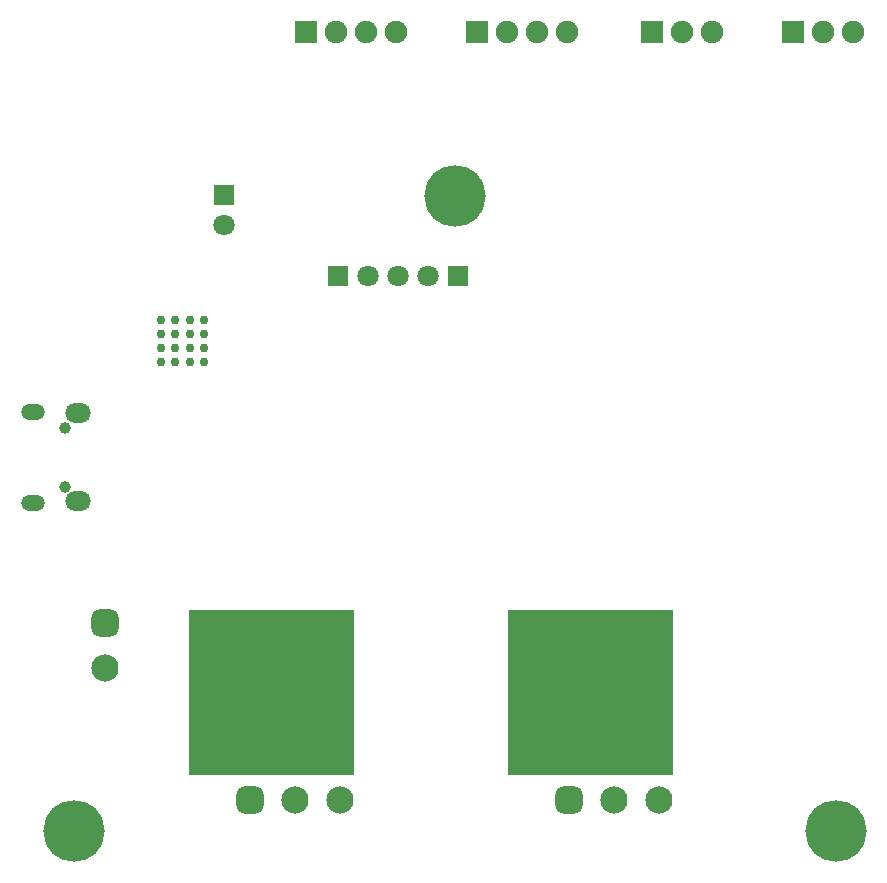
<source format=gbs>
G04 Layer_Color=16711935*
%FSLAX25Y25*%
%MOIN*%
G70*
G01*
G75*
%ADD114R,0.07099X0.07099*%
%ADD115C,0.07099*%
%ADD116R,0.07099X0.07099*%
%ADD117C,0.03950*%
%ADD118O,0.07887X0.05328*%
%ADD119O,0.08674X0.06509*%
%ADD120R,0.07493X0.07493*%
%ADD121C,0.07493*%
%ADD122C,0.20485*%
G04:AMPARAMS|DCode=123|XSize=90.68mil|YSize=90.68mil|CornerRadius=24.67mil|HoleSize=0mil|Usage=FLASHONLY|Rotation=270.000|XOffset=0mil|YOffset=0mil|HoleType=Round|Shape=RoundedRectangle|*
%AMROUNDEDRECTD123*
21,1,0.09068,0.04134,0,0,270.0*
21,1,0.04134,0.09068,0,0,270.0*
1,1,0.04934,-0.02067,-0.02067*
1,1,0.04934,-0.02067,0.02067*
1,1,0.04934,0.02067,0.02067*
1,1,0.04934,0.02067,-0.02067*
%
%ADD123ROUNDEDRECTD123*%
%ADD124C,0.09068*%
G04:AMPARAMS|DCode=125|XSize=90.68mil|YSize=90.68mil|CornerRadius=24.67mil|HoleSize=0mil|Usage=FLASHONLY|Rotation=0.000|XOffset=0mil|YOffset=0mil|HoleType=Round|Shape=RoundedRectangle|*
%AMROUNDEDRECTD125*
21,1,0.09068,0.04134,0,0,0.0*
21,1,0.04134,0.09068,0,0,0.0*
1,1,0.04934,0.02067,-0.02067*
1,1,0.04934,-0.02067,-0.02067*
1,1,0.04934,-0.02067,0.02067*
1,1,0.04934,0.02067,0.02067*
%
%ADD125ROUNDEDRECTD125*%
%ADD126C,0.03000*%
G36*
X114173Y39370D02*
X59055Y39370D01*
X59055Y94488D01*
X114173D01*
Y39370D01*
D02*
G37*
G36*
X220472Y39370D02*
X165354Y39370D01*
X165354Y94488D01*
X220472D01*
Y39370D01*
D02*
G37*
D114*
X70669Y232658D02*
D03*
D115*
Y222657D02*
D03*
X118760Y205803D02*
D03*
X128760Y205803D02*
D03*
X138701Y205803D02*
D03*
D116*
X108760Y205803D02*
D03*
X148701Y205803D02*
D03*
D117*
X17913Y135433D02*
D03*
X17913Y155118D02*
D03*
D118*
X7087Y130020D02*
D03*
X7087Y160531D02*
D03*
D119*
X22047Y130610D02*
D03*
Y159941D02*
D03*
D120*
X98110Y287087D02*
D03*
X155197D02*
D03*
X213347D02*
D03*
X260591D02*
D03*
D121*
X108110D02*
D03*
X118110D02*
D03*
X128110D02*
D03*
X165197D02*
D03*
X175197D02*
D03*
X185197D02*
D03*
X223346D02*
D03*
X233347D02*
D03*
X270590D02*
D03*
X280591D02*
D03*
D122*
X274606Y20669D02*
D03*
X147638Y232283D02*
D03*
X20669Y20669D02*
D03*
D123*
X31102Y90177D02*
D03*
D124*
X31102Y75177D02*
D03*
X94488Y31102D02*
D03*
X109488D02*
D03*
X200787D02*
D03*
X215787D02*
D03*
D125*
X79488D02*
D03*
X185787Y31102D02*
D03*
D126*
X63996Y191236D02*
D03*
Y186512D02*
D03*
Y181787D02*
D03*
Y177063D02*
D03*
X59272Y191236D02*
D03*
Y186512D02*
D03*
Y181787D02*
D03*
Y177063D02*
D03*
X54547Y191236D02*
D03*
Y186512D02*
D03*
Y181787D02*
D03*
Y177063D02*
D03*
X49823Y191236D02*
D03*
Y186512D02*
D03*
Y181787D02*
D03*
Y177063D02*
D03*
M02*

</source>
